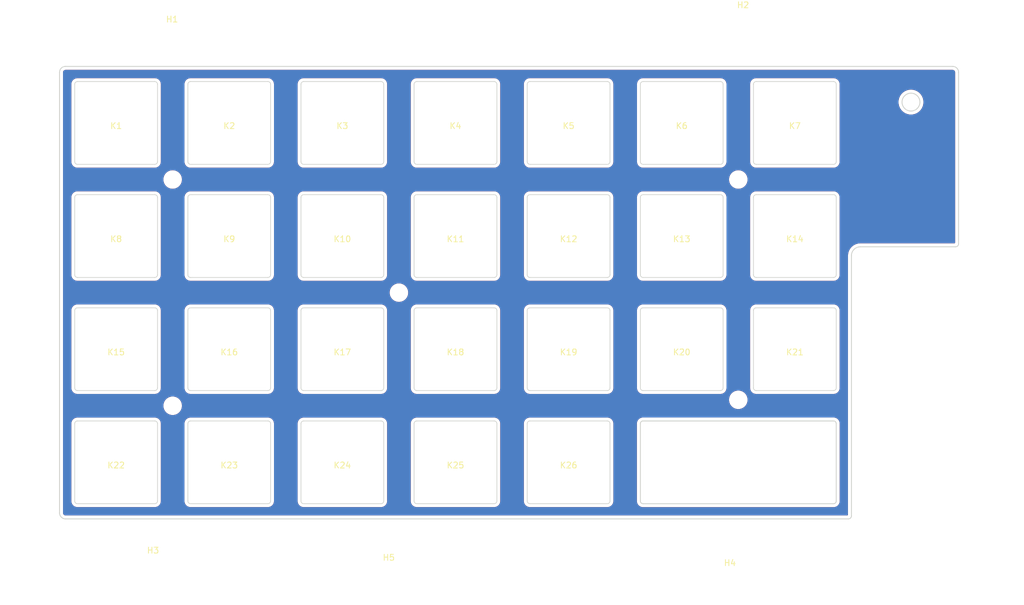
<source format=kicad_pcb>
(kicad_pcb (version 20171130) (host pcbnew "(5.1.6)-1")
  (layers (0 F.Cu signal) (31 B.Cu signal) (34 B.Paste user hide) (35 F.Paste user hide) (36 B.SilkS user) (37 F.SilkS user) (38 B.Mask user hide) (39 F.Mask user hide) (44 Edge.Cuts user))
  (net 0 "")
  (module "locallib:Switch Plate" (layer F.Cu) (at 137.901001 142.355521)
    (fp_text reference K26 (at 0 0.5) (layer F.SilkS))
    (fp_text value keyboard_parts_KEYSW)
    (fp_line (start 6.5 -6.95) (end -6.5 -6.95) (layer Edge.Cuts) (width 0.12))
    (fp_line (start -6.95 -6.5) (end -6.95 6.5) (layer Edge.Cuts) (width 0.12))
    (fp_line (start -6.5 6.95) (end 6.5 6.95) (layer Edge.Cuts) (width 0.12))
    (fp_line (start 6.95 6.5) (end 6.95 -6.5) (layer Edge.Cuts) (width 0.12))
    (fp_arc (start 6.5 6.5) (end 6.5 6.95) (angle -90) (layer Edge.Cuts) (width 0.12))
    (fp_arc (start -6.5 6.5) (end -6.95 6.5) (angle -90) (layer Edge.Cuts) (width 0.12))
    (fp_arc (start -6.5 -6.5) (end -6.5 -6.95) (angle -90) (layer Edge.Cuts) (width 0.12))
    (fp_arc (start 6.5 -6.5) (end 6.95 -6.5) (angle -90) (layer Edge.Cuts) (width 0.12))
  )
  (module "locallib:Switch Plate" (layer F.Cu) (at 118.901001 142.355521)
    (fp_text reference K25 (at 0 0.5) (layer F.SilkS))
    (fp_text value keyboard_parts_KEYSW)
    (fp_line (start 6.5 -6.95) (end -6.5 -6.95) (layer Edge.Cuts) (width 0.12))
    (fp_line (start -6.95 -6.5) (end -6.95 6.5) (layer Edge.Cuts) (width 0.12))
    (fp_line (start -6.5 6.95) (end 6.5 6.95) (layer Edge.Cuts) (width 0.12))
    (fp_line (start 6.95 6.5) (end 6.95 -6.5) (layer Edge.Cuts) (width 0.12))
    (fp_arc (start 6.5 6.5) (end 6.5 6.95) (angle -90) (layer Edge.Cuts) (width 0.12))
    (fp_arc (start -6.5 6.5) (end -6.95 6.5) (angle -90) (layer Edge.Cuts) (width 0.12))
    (fp_arc (start -6.5 -6.5) (end -6.5 -6.95) (angle -90) (layer Edge.Cuts) (width 0.12))
    (fp_arc (start 6.5 -6.5) (end 6.95 -6.5) (angle -90) (layer Edge.Cuts) (width 0.12))
  )
  (module "locallib:Switch Plate" (layer F.Cu) (at 99.901001 142.355521)
    (fp_text reference K24 (at 0 0.5) (layer F.SilkS))
    (fp_text value keyboard_parts_KEYSW)
    (fp_line (start 6.5 -6.95) (end -6.5 -6.95) (layer Edge.Cuts) (width 0.12))
    (fp_line (start -6.95 -6.5) (end -6.95 6.5) (layer Edge.Cuts) (width 0.12))
    (fp_line (start -6.5 6.95) (end 6.5 6.95) (layer Edge.Cuts) (width 0.12))
    (fp_line (start 6.95 6.5) (end 6.95 -6.5) (layer Edge.Cuts) (width 0.12))
    (fp_arc (start 6.5 6.5) (end 6.5 6.95) (angle -90) (layer Edge.Cuts) (width 0.12))
    (fp_arc (start -6.5 6.5) (end -6.95 6.5) (angle -90) (layer Edge.Cuts) (width 0.12))
    (fp_arc (start -6.5 -6.5) (end -6.5 -6.95) (angle -90) (layer Edge.Cuts) (width 0.12))
    (fp_arc (start 6.5 -6.5) (end 6.95 -6.5) (angle -90) (layer Edge.Cuts) (width 0.12))
  )
  (module "locallib:Switch Plate" (layer F.Cu) (at 80.901001 142.355521)
    (fp_text reference K23 (at 0 0.5) (layer F.SilkS))
    (fp_text value keyboard_parts_KEYSW)
    (fp_line (start 6.5 -6.95) (end -6.5 -6.95) (layer Edge.Cuts) (width 0.12))
    (fp_line (start -6.95 -6.5) (end -6.95 6.5) (layer Edge.Cuts) (width 0.12))
    (fp_line (start -6.5 6.95) (end 6.5 6.95) (layer Edge.Cuts) (width 0.12))
    (fp_line (start 6.95 6.5) (end 6.95 -6.5) (layer Edge.Cuts) (width 0.12))
    (fp_arc (start 6.5 6.5) (end 6.5 6.95) (angle -90) (layer Edge.Cuts) (width 0.12))
    (fp_arc (start -6.5 6.5) (end -6.95 6.5) (angle -90) (layer Edge.Cuts) (width 0.12))
    (fp_arc (start -6.5 -6.5) (end -6.5 -6.95) (angle -90) (layer Edge.Cuts) (width 0.12))
    (fp_arc (start 6.5 -6.5) (end 6.95 -6.5) (angle -90) (layer Edge.Cuts) (width 0.12))
  )
  (module "locallib:Switch Plate" (layer F.Cu) (at 61.901001 142.355521)
    (fp_text reference K22 (at 0 0.5) (layer F.SilkS))
    (fp_text value keyboard_parts_KEYSW)
    (fp_line (start 6.5 -6.95) (end -6.5 -6.95) (layer Edge.Cuts) (width 0.12))
    (fp_line (start -6.95 -6.5) (end -6.95 6.5) (layer Edge.Cuts) (width 0.12))
    (fp_line (start -6.5 6.95) (end 6.5 6.95) (layer Edge.Cuts) (width 0.12))
    (fp_line (start 6.95 6.5) (end 6.95 -6.5) (layer Edge.Cuts) (width 0.12))
    (fp_arc (start 6.5 6.5) (end 6.5 6.95) (angle -90) (layer Edge.Cuts) (width 0.12))
    (fp_arc (start -6.5 6.5) (end -6.95 6.5) (angle -90) (layer Edge.Cuts) (width 0.12))
    (fp_arc (start -6.5 -6.5) (end -6.5 -6.95) (angle -90) (layer Edge.Cuts) (width 0.12))
    (fp_arc (start 6.5 -6.5) (end 6.95 -6.5) (angle -90) (layer Edge.Cuts) (width 0.12))
  )
  (module "locallib:Switch Plate" (layer F.Cu) (at 175.901001 123.355521)
    (fp_text reference K21 (at 0 0.5) (layer F.SilkS))
    (fp_text value keyboard_parts_KEYSW)
    (fp_line (start 6.5 -6.95) (end -6.5 -6.95) (layer Edge.Cuts) (width 0.12))
    (fp_line (start -6.95 -6.5) (end -6.95 6.5) (layer Edge.Cuts) (width 0.12))
    (fp_line (start -6.5 6.95) (end 6.5 6.95) (layer Edge.Cuts) (width 0.12))
    (fp_line (start 6.95 6.5) (end 6.95 -6.5) (layer Edge.Cuts) (width 0.12))
    (fp_arc (start 6.5 6.5) (end 6.5 6.95) (angle -90) (layer Edge.Cuts) (width 0.12))
    (fp_arc (start -6.5 6.5) (end -6.95 6.5) (angle -90) (layer Edge.Cuts) (width 0.12))
    (fp_arc (start -6.5 -6.5) (end -6.5 -6.95) (angle -90) (layer Edge.Cuts) (width 0.12))
    (fp_arc (start 6.5 -6.5) (end 6.95 -6.5) (angle -90) (layer Edge.Cuts) (width 0.12))
  )
  (module "locallib:Switch Plate" (layer F.Cu) (at 156.901001 123.355521)
    (fp_text reference K20 (at 0 0.5) (layer F.SilkS))
    (fp_text value keyboard_parts_KEYSW)
    (fp_line (start 6.5 -6.95) (end -6.5 -6.95) (layer Edge.Cuts) (width 0.12))
    (fp_line (start -6.95 -6.5) (end -6.95 6.5) (layer Edge.Cuts) (width 0.12))
    (fp_line (start -6.5 6.95) (end 6.5 6.95) (layer Edge.Cuts) (width 0.12))
    (fp_line (start 6.95 6.5) (end 6.95 -6.5) (layer Edge.Cuts) (width 0.12))
    (fp_arc (start 6.5 6.5) (end 6.5 6.95) (angle -90) (layer Edge.Cuts) (width 0.12))
    (fp_arc (start -6.5 6.5) (end -6.95 6.5) (angle -90) (layer Edge.Cuts) (width 0.12))
    (fp_arc (start -6.5 -6.5) (end -6.5 -6.95) (angle -90) (layer Edge.Cuts) (width 0.12))
    (fp_arc (start 6.5 -6.5) (end 6.95 -6.5) (angle -90) (layer Edge.Cuts) (width 0.12))
  )
  (module "locallib:Switch Plate" (layer F.Cu) (at 137.901001 123.355521)
    (fp_text reference K19 (at 0 0.5) (layer F.SilkS))
    (fp_text value keyboard_parts_KEYSW)
    (fp_line (start 6.5 -6.95) (end -6.5 -6.95) (layer Edge.Cuts) (width 0.12))
    (fp_line (start -6.95 -6.5) (end -6.95 6.5) (layer Edge.Cuts) (width 0.12))
    (fp_line (start -6.5 6.95) (end 6.5 6.95) (layer Edge.Cuts) (width 0.12))
    (fp_line (start 6.95 6.5) (end 6.95 -6.5) (layer Edge.Cuts) (width 0.12))
    (fp_arc (start 6.5 6.5) (end 6.5 6.95) (angle -90) (layer Edge.Cuts) (width 0.12))
    (fp_arc (start -6.5 6.5) (end -6.95 6.5) (angle -90) (layer Edge.Cuts) (width 0.12))
    (fp_arc (start -6.5 -6.5) (end -6.5 -6.95) (angle -90) (layer Edge.Cuts) (width 0.12))
    (fp_arc (start 6.5 -6.5) (end 6.95 -6.5) (angle -90) (layer Edge.Cuts) (width 0.12))
  )
  (module "locallib:Switch Plate" (layer F.Cu) (at 118.901001 123.355521)
    (fp_text reference K18 (at 0 0.5) (layer F.SilkS))
    (fp_text value keyboard_parts_KEYSW)
    (fp_line (start 6.5 -6.95) (end -6.5 -6.95) (layer Edge.Cuts) (width 0.12))
    (fp_line (start -6.95 -6.5) (end -6.95 6.5) (layer Edge.Cuts) (width 0.12))
    (fp_line (start -6.5 6.95) (end 6.5 6.95) (layer Edge.Cuts) (width 0.12))
    (fp_line (start 6.95 6.5) (end 6.95 -6.5) (layer Edge.Cuts) (width 0.12))
    (fp_arc (start 6.5 6.5) (end 6.5 6.95) (angle -90) (layer Edge.Cuts) (width 0.12))
    (fp_arc (start -6.5 6.5) (end -6.95 6.5) (angle -90) (layer Edge.Cuts) (width 0.12))
    (fp_arc (start -6.5 -6.5) (end -6.5 -6.95) (angle -90) (layer Edge.Cuts) (width 0.12))
    (fp_arc (start 6.5 -6.5) (end 6.95 -6.5) (angle -90) (layer Edge.Cuts) (width 0.12))
  )
  (module "locallib:Switch Plate" (layer F.Cu) (at 99.901001 123.355521)
    (fp_text reference K17 (at 0 0.5) (layer F.SilkS))
    (fp_text value keyboard_parts_KEYSW)
    (fp_line (start 6.5 -6.95) (end -6.5 -6.95) (layer Edge.Cuts) (width 0.12))
    (fp_line (start -6.95 -6.5) (end -6.95 6.5) (layer Edge.Cuts) (width 0.12))
    (fp_line (start -6.5 6.95) (end 6.5 6.95) (layer Edge.Cuts) (width 0.12))
    (fp_line (start 6.95 6.5) (end 6.95 -6.5) (layer Edge.Cuts) (width 0.12))
    (fp_arc (start 6.5 6.5) (end 6.5 6.95) (angle -90) (layer Edge.Cuts) (width 0.12))
    (fp_arc (start -6.5 6.5) (end -6.95 6.5) (angle -90) (layer Edge.Cuts) (width 0.12))
    (fp_arc (start -6.5 -6.5) (end -6.5 -6.95) (angle -90) (layer Edge.Cuts) (width 0.12))
    (fp_arc (start 6.5 -6.5) (end 6.95 -6.5) (angle -90) (layer Edge.Cuts) (width 0.12))
  )
  (module "locallib:Switch Plate" (layer F.Cu) (at 80.901001 123.355521)
    (fp_text reference K16 (at 0 0.5) (layer F.SilkS))
    (fp_text value keyboard_parts_KEYSW)
    (fp_line (start 6.5 -6.95) (end -6.5 -6.95) (layer Edge.Cuts) (width 0.12))
    (fp_line (start -6.95 -6.5) (end -6.95 6.5) (layer Edge.Cuts) (width 0.12))
    (fp_line (start -6.5 6.95) (end 6.5 6.95) (layer Edge.Cuts) (width 0.12))
    (fp_line (start 6.95 6.5) (end 6.95 -6.5) (layer Edge.Cuts) (width 0.12))
    (fp_arc (start 6.5 6.5) (end 6.5 6.95) (angle -90) (layer Edge.Cuts) (width 0.12))
    (fp_arc (start -6.5 6.5) (end -6.95 6.5) (angle -90) (layer Edge.Cuts) (width 0.12))
    (fp_arc (start -6.5 -6.5) (end -6.5 -6.95) (angle -90) (layer Edge.Cuts) (width 0.12))
    (fp_arc (start 6.5 -6.5) (end 6.95 -6.5) (angle -90) (layer Edge.Cuts) (width 0.12))
  )
  (module "locallib:Switch Plate" (layer F.Cu) (at 61.901001 123.355521)
    (fp_text reference K15 (at 0 0.5) (layer F.SilkS))
    (fp_text value keyboard_parts_KEYSW)
    (fp_line (start 6.5 -6.95) (end -6.5 -6.95) (layer Edge.Cuts) (width 0.12))
    (fp_line (start -6.95 -6.5) (end -6.95 6.5) (layer Edge.Cuts) (width 0.12))
    (fp_line (start -6.5 6.95) (end 6.5 6.95) (layer Edge.Cuts) (width 0.12))
    (fp_line (start 6.95 6.5) (end 6.95 -6.5) (layer Edge.Cuts) (width 0.12))
    (fp_arc (start 6.5 6.5) (end 6.5 6.95) (angle -90) (layer Edge.Cuts) (width 0.12))
    (fp_arc (start -6.5 6.5) (end -6.95 6.5) (angle -90) (layer Edge.Cuts) (width 0.12))
    (fp_arc (start -6.5 -6.5) (end -6.5 -6.95) (angle -90) (layer Edge.Cuts) (width 0.12))
    (fp_arc (start 6.5 -6.5) (end 6.95 -6.5) (angle -90) (layer Edge.Cuts) (width 0.12))
  )
  (module "locallib:Switch Plate" (layer F.Cu) (at 175.901001 104.355521)
    (fp_text reference K14 (at 0 0.5) (layer F.SilkS))
    (fp_text value keyboard_parts_KEYSW)
    (fp_line (start 6.5 -6.95) (end -6.5 -6.95) (layer Edge.Cuts) (width 0.12))
    (fp_line (start -6.95 -6.5) (end -6.95 6.5) (layer Edge.Cuts) (width 0.12))
    (fp_line (start -6.5 6.95) (end 6.5 6.95) (layer Edge.Cuts) (width 0.12))
    (fp_line (start 6.95 6.5) (end 6.95 -6.5) (layer Edge.Cuts) (width 0.12))
    (fp_arc (start 6.5 6.5) (end 6.5 6.95) (angle -90) (layer Edge.Cuts) (width 0.12))
    (fp_arc (start -6.5 6.5) (end -6.95 6.5) (angle -90) (layer Edge.Cuts) (width 0.12))
    (fp_arc (start -6.5 -6.5) (end -6.5 -6.95) (angle -90) (layer Edge.Cuts) (width 0.12))
    (fp_arc (start 6.5 -6.5) (end 6.95 -6.5) (angle -90) (layer Edge.Cuts) (width 0.12))
  )
  (module "locallib:Switch Plate" (layer F.Cu) (at 156.901001 104.355521)
    (fp_text reference K13 (at 0 0.5) (layer F.SilkS))
    (fp_text value keyboard_parts_KEYSW)
    (fp_line (start 6.5 -6.95) (end -6.5 -6.95) (layer Edge.Cuts) (width 0.12))
    (fp_line (start -6.95 -6.5) (end -6.95 6.5) (layer Edge.Cuts) (width 0.12))
    (fp_line (start -6.5 6.95) (end 6.5 6.95) (layer Edge.Cuts) (width 0.12))
    (fp_line (start 6.95 6.5) (end 6.95 -6.5) (layer Edge.Cuts) (width 0.12))
    (fp_arc (start 6.5 6.5) (end 6.5 6.95) (angle -90) (layer Edge.Cuts) (width 0.12))
    (fp_arc (start -6.5 6.5) (end -6.95 6.5) (angle -90) (layer Edge.Cuts) (width 0.12))
    (fp_arc (start -6.5 -6.5) (end -6.5 -6.95) (angle -90) (layer Edge.Cuts) (width 0.12))
    (fp_arc (start 6.5 -6.5) (end 6.95 -6.5) (angle -90) (layer Edge.Cuts) (width 0.12))
  )
  (module "locallib:Switch Plate" (layer F.Cu) (at 137.901001 104.355521)
    (fp_text reference K12 (at 0 0.5) (layer F.SilkS))
    (fp_text value keyboard_parts_KEYSW)
    (fp_line (start 6.5 -6.95) (end -6.5 -6.95) (layer Edge.Cuts) (width 0.12))
    (fp_line (start -6.95 -6.5) (end -6.95 6.5) (layer Edge.Cuts) (width 0.12))
    (fp_line (start -6.5 6.95) (end 6.5 6.95) (layer Edge.Cuts) (width 0.12))
    (fp_line (start 6.95 6.5) (end 6.95 -6.5) (layer Edge.Cuts) (width 0.12))
    (fp_arc (start 6.5 6.5) (end 6.5 6.95) (angle -90) (layer Edge.Cuts) (width 0.12))
    (fp_arc (start -6.5 6.5) (end -6.95 6.5) (angle -90) (layer Edge.Cuts) (width 0.12))
    (fp_arc (start -6.5 -6.5) (end -6.5 -6.95) (angle -90) (layer Edge.Cuts) (width 0.12))
    (fp_arc (start 6.5 -6.5) (end 6.95 -6.5) (angle -90) (layer Edge.Cuts) (width 0.12))
  )
  (module "locallib:Switch Plate" (layer F.Cu) (at 118.901001 104.355521)
    (fp_text reference K11 (at 0 0.5) (layer F.SilkS))
    (fp_text value keyboard_parts_KEYSW)
    (fp_line (start 6.5 -6.95) (end -6.5 -6.95) (layer Edge.Cuts) (width 0.12))
    (fp_line (start -6.95 -6.5) (end -6.95 6.5) (layer Edge.Cuts) (width 0.12))
    (fp_line (start -6.5 6.95) (end 6.5 6.95) (layer Edge.Cuts) (width 0.12))
    (fp_line (start 6.95 6.5) (end 6.95 -6.5) (layer Edge.Cuts) (width 0.12))
    (fp_arc (start 6.5 6.5) (end 6.5 6.95) (angle -90) (layer Edge.Cuts) (width 0.12))
    (fp_arc (start -6.5 6.5) (end -6.95 6.5) (angle -90) (layer Edge.Cuts) (width 0.12))
    (fp_arc (start -6.5 -6.5) (end -6.5 -6.95) (angle -90) (layer Edge.Cuts) (width 0.12))
    (fp_arc (start 6.5 -6.5) (end 6.95 -6.5) (angle -90) (layer Edge.Cuts) (width 0.12))
  )
  (module "locallib:Switch Plate" (layer F.Cu) (at 99.901001 104.355521)
    (fp_text reference K10 (at 0 0.5) (layer F.SilkS))
    (fp_text value keyboard_parts_KEYSW)
    (fp_line (start 6.5 -6.95) (end -6.5 -6.95) (layer Edge.Cuts) (width 0.12))
    (fp_line (start -6.95 -6.5) (end -6.95 6.5) (layer Edge.Cuts) (width 0.12))
    (fp_line (start -6.5 6.95) (end 6.5 6.95) (layer Edge.Cuts) (width 0.12))
    (fp_line (start 6.95 6.5) (end 6.95 -6.5) (layer Edge.Cuts) (width 0.12))
    (fp_arc (start 6.5 6.5) (end 6.5 6.95) (angle -90) (layer Edge.Cuts) (width 0.12))
    (fp_arc (start -6.5 6.5) (end -6.95 6.5) (angle -90) (layer Edge.Cuts) (width 0.12))
    (fp_arc (start -6.5 -6.5) (end -6.5 -6.95) (angle -90) (layer Edge.Cuts) (width 0.12))
    (fp_arc (start 6.5 -6.5) (end 6.95 -6.5) (angle -90) (layer Edge.Cuts) (width 0.12))
  )
  (module "locallib:Switch Plate" (layer F.Cu) (at 80.901001 104.355521)
    (fp_text reference K9 (at 0 0.5) (layer F.SilkS))
    (fp_text value keyboard_parts_KEYSW)
    (fp_line (start 6.5 -6.95) (end -6.5 -6.95) (layer Edge.Cuts) (width 0.12))
    (fp_line (start -6.95 -6.5) (end -6.95 6.5) (layer Edge.Cuts) (width 0.12))
    (fp_line (start -6.5 6.95) (end 6.5 6.95) (layer Edge.Cuts) (width 0.12))
    (fp_line (start 6.95 6.5) (end 6.95 -6.5) (layer Edge.Cuts) (width 0.12))
    (fp_arc (start 6.5 6.5) (end 6.5 6.95) (angle -90) (layer Edge.Cuts) (width 0.12))
    (fp_arc (start -6.5 6.5) (end -6.95 6.5) (angle -90) (layer Edge.Cuts) (width 0.12))
    (fp_arc (start -6.5 -6.5) (end -6.5 -6.95) (angle -90) (layer Edge.Cuts) (width 0.12))
    (fp_arc (start 6.5 -6.5) (end 6.95 -6.5) (angle -90) (layer Edge.Cuts) (width 0.12))
  )
  (module "locallib:Switch Plate" (layer F.Cu) (at 61.901001 104.355521)
    (fp_text reference K8 (at 0 0.5) (layer F.SilkS))
    (fp_text value keyboard_parts_KEYSW)
    (fp_line (start 6.5 -6.95) (end -6.5 -6.95) (layer Edge.Cuts) (width 0.12))
    (fp_line (start -6.95 -6.5) (end -6.95 6.5) (layer Edge.Cuts) (width 0.12))
    (fp_line (start -6.5 6.95) (end 6.5 6.95) (layer Edge.Cuts) (width 0.12))
    (fp_line (start 6.95 6.5) (end 6.95 -6.5) (layer Edge.Cuts) (width 0.12))
    (fp_arc (start 6.5 6.5) (end 6.5 6.95) (angle -90) (layer Edge.Cuts) (width 0.12))
    (fp_arc (start -6.5 6.5) (end -6.95 6.5) (angle -90) (layer Edge.Cuts) (width 0.12))
    (fp_arc (start -6.5 -6.5) (end -6.5 -6.95) (angle -90) (layer Edge.Cuts) (width 0.12))
    (fp_arc (start 6.5 -6.5) (end 6.95 -6.5) (angle -90) (layer Edge.Cuts) (width 0.12))
  )
  (module "locallib:Switch Plate" (layer F.Cu) (at 175.901001 85.355521)
    (fp_text reference K7 (at 0 0.5) (layer F.SilkS))
    (fp_text value keyboard_parts_KEYSW)
    (fp_line (start 6.5 -6.95) (end -6.5 -6.95) (layer Edge.Cuts) (width 0.12))
    (fp_line (start -6.95 -6.5) (end -6.95 6.5) (layer Edge.Cuts) (width 0.12))
    (fp_line (start -6.5 6.95) (end 6.5 6.95) (layer Edge.Cuts) (width 0.12))
    (fp_line (start 6.95 6.5) (end 6.95 -6.5) (layer Edge.Cuts) (width 0.12))
    (fp_arc (start 6.5 6.5) (end 6.5 6.95) (angle -90) (layer Edge.Cuts) (width 0.12))
    (fp_arc (start -6.5 6.5) (end -6.95 6.5) (angle -90) (layer Edge.Cuts) (width 0.12))
    (fp_arc (start -6.5 -6.5) (end -6.5 -6.95) (angle -90) (layer Edge.Cuts) (width 0.12))
    (fp_arc (start 6.5 -6.5) (end 6.95 -6.5) (angle -90) (layer Edge.Cuts) (width 0.12))
  )
  (module "locallib:Switch Plate" (layer F.Cu) (at 156.901001 85.355521)
    (fp_text reference K6 (at 0 0.5) (layer F.SilkS))
    (fp_text value keyboard_parts_KEYSW)
    (fp_line (start 6.5 -6.95) (end -6.5 -6.95) (layer Edge.Cuts) (width 0.12))
    (fp_line (start -6.95 -6.5) (end -6.95 6.5) (layer Edge.Cuts) (width 0.12))
    (fp_line (start -6.5 6.95) (end 6.5 6.95) (layer Edge.Cuts) (width 0.12))
    (fp_line (start 6.95 6.5) (end 6.95 -6.5) (layer Edge.Cuts) (width 0.12))
    (fp_arc (start 6.5 6.5) (end 6.5 6.95) (angle -90) (layer Edge.Cuts) (width 0.12))
    (fp_arc (start -6.5 6.5) (end -6.95 6.5) (angle -90) (layer Edge.Cuts) (width 0.12))
    (fp_arc (start -6.5 -6.5) (end -6.5 -6.95) (angle -90) (layer Edge.Cuts) (width 0.12))
    (fp_arc (start 6.5 -6.5) (end 6.95 -6.5) (angle -90) (layer Edge.Cuts) (width 0.12))
  )
  (module "locallib:Switch Plate" (layer F.Cu) (at 137.901001 85.355521)
    (fp_text reference K5 (at 0 0.5) (layer F.SilkS))
    (fp_text value keyboard_parts_KEYSW)
    (fp_line (start 6.5 -6.95) (end -6.5 -6.95) (layer Edge.Cuts) (width 0.12))
    (fp_line (start -6.95 -6.5) (end -6.95 6.5) (layer Edge.Cuts) (width 0.12))
    (fp_line (start -6.5 6.95) (end 6.5 6.95) (layer Edge.Cuts) (width 0.12))
    (fp_line (start 6.95 6.5) (end 6.95 -6.5) (layer Edge.Cuts) (width 0.12))
    (fp_arc (start 6.5 6.5) (end 6.5 6.95) (angle -90) (layer Edge.Cuts) (width 0.12))
    (fp_arc (start -6.5 6.5) (end -6.95 6.5) (angle -90) (layer Edge.Cuts) (width 0.12))
    (fp_arc (start -6.5 -6.5) (end -6.5 -6.95) (angle -90) (layer Edge.Cuts) (width 0.12))
    (fp_arc (start 6.5 -6.5) (end 6.95 -6.5) (angle -90) (layer Edge.Cuts) (width 0.12))
  )
  (module "locallib:Switch Plate" (layer F.Cu) (at 118.901001 85.355521)
    (fp_text reference K4 (at 0 0.5) (layer F.SilkS))
    (fp_text value keyboard_parts_KEYSW)
    (fp_line (start 6.5 -6.95) (end -6.5 -6.95) (layer Edge.Cuts) (width 0.12))
    (fp_line (start -6.95 -6.5) (end -6.95 6.5) (layer Edge.Cuts) (width 0.12))
    (fp_line (start -6.5 6.95) (end 6.5 6.95) (layer Edge.Cuts) (width 0.12))
    (fp_line (start 6.95 6.5) (end 6.95 -6.5) (layer Edge.Cuts) (width 0.12))
    (fp_arc (start 6.5 6.5) (end 6.5 6.95) (angle -90) (layer Edge.Cuts) (width 0.12))
    (fp_arc (start -6.5 6.5) (end -6.95 6.5) (angle -90) (layer Edge.Cuts) (width 0.12))
    (fp_arc (start -6.5 -6.5) (end -6.5 -6.95) (angle -90) (layer Edge.Cuts) (width 0.12))
    (fp_arc (start 6.5 -6.5) (end 6.95 -6.5) (angle -90) (layer Edge.Cuts) (width 0.12))
  )
  (module "locallib:Switch Plate" (layer F.Cu) (at 99.901001 85.355521)
    (fp_text reference K3 (at 0 0.5) (layer F.SilkS))
    (fp_text value keyboard_parts_KEYSW)
    (fp_line (start 6.5 -6.95) (end -6.5 -6.95) (layer Edge.Cuts) (width 0.12))
    (fp_line (start -6.95 -6.5) (end -6.95 6.5) (layer Edge.Cuts) (width 0.12))
    (fp_line (start -6.5 6.95) (end 6.5 6.95) (layer Edge.Cuts) (width 0.12))
    (fp_line (start 6.95 6.5) (end 6.95 -6.5) (layer Edge.Cuts) (width 0.12))
    (fp_arc (start 6.5 6.5) (end 6.5 6.95) (angle -90) (layer Edge.Cuts) (width 0.12))
    (fp_arc (start -6.5 6.5) (end -6.95 6.5) (angle -90) (layer Edge.Cuts) (width 0.12))
    (fp_arc (start -6.5 -6.5) (end -6.5 -6.95) (angle -90) (layer Edge.Cuts) (width 0.12))
    (fp_arc (start 6.5 -6.5) (end 6.95 -6.5) (angle -90) (layer Edge.Cuts) (width 0.12))
  )
  (module "locallib:Switch Plate" (layer F.Cu) (at 80.901001 85.355521)
    (fp_text reference K2 (at 0 0.5) (layer F.SilkS))
    (fp_text value keyboard_parts_KEYSW)
    (fp_line (start 6.5 -6.95) (end -6.5 -6.95) (layer Edge.Cuts) (width 0.12))
    (fp_line (start -6.95 -6.5) (end -6.95 6.5) (layer Edge.Cuts) (width 0.12))
    (fp_line (start -6.5 6.95) (end 6.5 6.95) (layer Edge.Cuts) (width 0.12))
    (fp_line (start 6.95 6.5) (end 6.95 -6.5) (layer Edge.Cuts) (width 0.12))
    (fp_arc (start 6.5 6.5) (end 6.5 6.95) (angle -90) (layer Edge.Cuts) (width 0.12))
    (fp_arc (start -6.5 6.5) (end -6.95 6.5) (angle -90) (layer Edge.Cuts) (width 0.12))
    (fp_arc (start -6.5 -6.5) (end -6.5 -6.95) (angle -90) (layer Edge.Cuts) (width 0.12))
    (fp_arc (start 6.5 -6.5) (end 6.95 -6.5) (angle -90) (layer Edge.Cuts) (width 0.12))
  )
  (module "locallib:Switch Plate" (layer F.Cu) (at 61.901001 85.355521)
    (fp_text reference K1 (at 0 0.5) (layer F.SilkS))
    (fp_text value keyboard_parts_KEYSW)
    (fp_line (start 6.5 -6.95) (end -6.5 -6.95) (layer Edge.Cuts) (width 0.12))
    (fp_line (start -6.95 -6.5) (end -6.95 6.5) (layer Edge.Cuts) (width 0.12))
    (fp_line (start -6.5 6.95) (end 6.5 6.95) (layer Edge.Cuts) (width 0.12))
    (fp_line (start 6.95 6.5) (end 6.95 -6.5) (layer Edge.Cuts) (width 0.12))
    (fp_arc (start 6.5 6.5) (end 6.5 6.95) (angle -90) (layer Edge.Cuts) (width 0.12))
    (fp_arc (start -6.5 6.5) (end -6.95 6.5) (angle -90) (layer Edge.Cuts) (width 0.12))
    (fp_arc (start -6.5 -6.5) (end -6.5 -6.95) (angle -90) (layer Edge.Cuts) (width 0.12))
    (fp_arc (start 6.5 -6.5) (end 6.95 -6.5) (angle -90) (layer Edge.Cuts) (width 0.12))
  )
  (module MountingHole:MountingHole_2.1mm (layer F.Cu) (at 109.401001 113.855521)
    (fp_text reference H5 (at -1.7 44.5) (layer F.SilkS))
    (fp_text value MountingHole)
    (pad "" np_thru_hole circle (at 0 0) (size 2.1 2.1) (drill 2.1) (layers *.Cu *.Mask))
  )
  (module MountingHole:MountingHole_2.1mm (layer F.Cu) (at 166.401001 131.855521)
    (fp_text reference H4 (at -1.4 27.4) (layer F.SilkS))
    (fp_text value MountingHole)
    (pad "" np_thru_hole circle (at 0 0) (size 2.1 2.1) (drill 2.1) (layers *.Cu *.Mask))
  )
  (module MountingHole:MountingHole_2.1mm (layer F.Cu) (at 71.401001 132.855521)
    (fp_text reference H3 (at -3.3 24.3) (layer F.SilkS))
    (fp_text value MountingHole)
    (pad "" np_thru_hole circle (at 0 0) (size 2.1 2.1) (drill 2.1) (layers *.Cu *.Mask))
  )
  (module MountingHole:MountingHole_2.1mm (layer F.Cu) (at 166.401001 94.855521)
    (fp_text reference H2 (at 0.8 -29.3) (layer F.SilkS))
    (fp_text value MountingHole)
    (pad "" np_thru_hole circle (at 0 0) (size 2.1 2.1) (drill 2.1) (layers *.Cu *.Mask))
  )
  (module MountingHole:MountingHole_2.1mm (layer F.Cu) (at 71.401001 94.855521)
    (fp_text reference H1 (at -0.1 -26.9) (layer F.SilkS))
    (fp_text value MountingHole)
    (pad "" np_thru_hole circle (at 0 0) (size 2.1 2.1) (drill 2.1) (layers *.Cu *.Mask))
  )
  (gr_arc (start 182.401001 135.855521) (end 182.851001 135.855521) (angle -90) (layer Edge.Cuts) (width 0.15))
  (gr_arc (start 182.401001 148.855521) (end 182.401001 149.305521) (angle -90) (layer Edge.Cuts) (width 0.15))
  (gr_arc (start 150.401001 148.855521) (end 149.951001 148.855521) (angle -90) (layer Edge.Cuts) (width 0.15))
  (gr_arc (start 150.401001 135.855521) (end 150.401001 135.405521) (angle -90) (layer Edge.Cuts) (width 0.15))
  (gr_line (start 182.401001 135.405521) (end 150.401001 135.405521) (layer Edge.Cuts) (width 0.15))
  (gr_line (start 182.851001 148.855521) (end 182.851001 135.855521) (layer Edge.Cuts) (width 0.15))
  (gr_line (start 150.401001 149.305521) (end 182.401001 149.305521) (layer Edge.Cuts) (width 0.15))
  (gr_line (start 149.951001 135.855521) (end 149.951001 148.855521) (layer Edge.Cuts) (width 0.15))
  (gr_circle (center 195.401001 81.855521) (end 195.401001 83.355521) (layer Edge.Cuts) (width 0.15))
  (gr_arc (start 184.901001 151.355521) (end 184.901001 151.855521) (angle -90) (layer Edge.Cuts) (width 0.15))
  (gr_arc (start 202.901001 105.655521) (end 202.901001 106.155521) (angle -90) (layer Edge.Cuts) (width 0.15))
  (gr_arc (start 186.901001 107.655521) (end 186.901001 106.155521) (angle -90) (layer Edge.Cuts) (width 0.15))
  (gr_line (start 186.901001 106.155521) (end 202.901001 106.155521) (layer Edge.Cuts) (width 0.15))
  (gr_line (start 185.401001 151.355521) (end 185.401001 107.655521) (layer Edge.Cuts) (width 0.15))
  (gr_arc (start 53.401001 76.855521) (end 53.401001 75.855521) (angle -90) (layer Edge.Cuts) (width 0.15))
  (gr_arc (start 53.401001 150.855521) (end 52.401001 150.855521) (angle -90) (layer Edge.Cuts) (width 0.15))
  (gr_arc (start 202.401001 76.855521) (end 203.401001 76.855521) (angle -90) (layer Edge.Cuts) (width 0.15))
  (gr_line (start 52.401001 76.855521) (end 52.401001 150.855521) (layer Edge.Cuts) (width 0.15))
  (gr_line (start 202.401001 75.855521) (end 53.401001 75.855521) (layer Edge.Cuts) (width 0.15))
  (gr_line (start 203.401001 105.655521) (end 203.401001 76.855521) (layer Edge.Cuts) (width 0.15))
  (gr_line (start 53.401001 151.855521) (end 184.901001 151.855521) (layer Edge.Cuts) (width 0.15))
  (zone (net 0) (net_name "") (layer F.Cu) (connect_pads (clearance 0.508)) (min_thickness 0.254) (fill yes (arc_segments 32) (thermal_gap 0.508) (thermal_bridge_width 0.508))
    (polygon (pts (xy 211.901001 162.355521) (xy 47.901001 165.355521) (xy 46.901001 71.355521) (xy 210.901001 71.355521)))
  )
  (zone (net 0) (net_name "") (layer B.Cu) (connect_pads (clearance 0.508)) (min_thickness 0.254) (fill yes (arc_segments 32) (thermal_gap 0.508) (thermal_bridge_width 0.508))
    (polygon (pts (xy 212.901001 162.855521) (xy 42.401001 166.355521) (xy 42.901001 71.355521) (xy 214.401001 71.355521)))
  )
)
</source>
